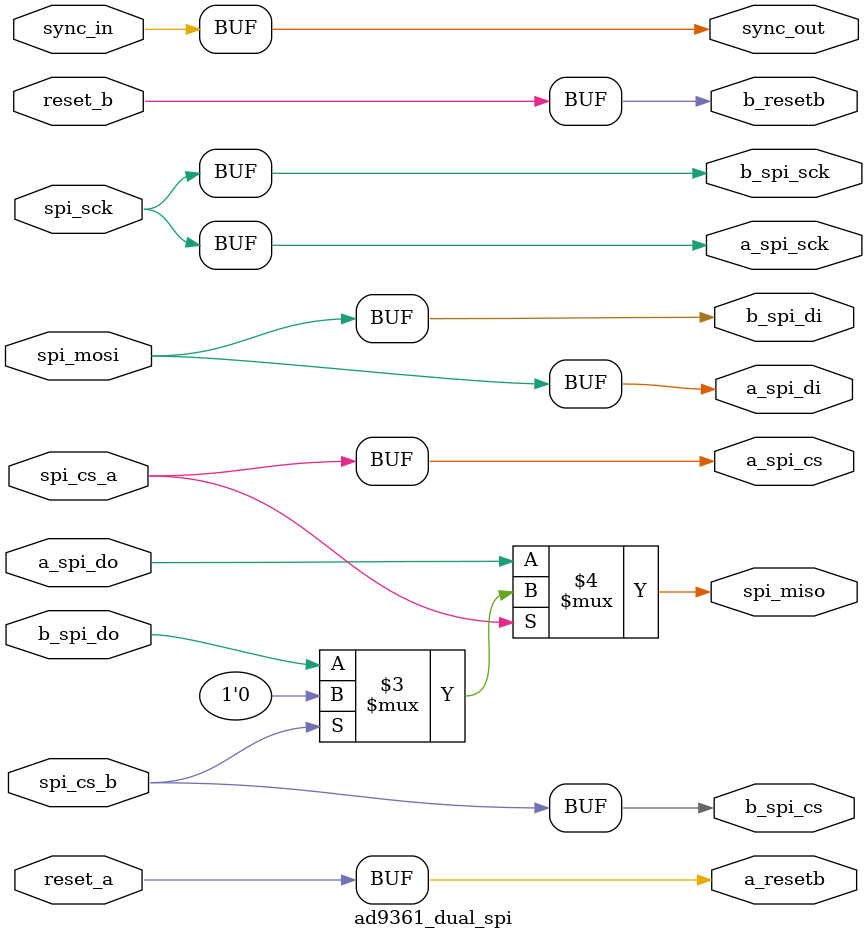
<source format=v>

module ad9361_dual_spi (

  // physical interface (spi_a)

  output            a_resetb,
  output            a_spi_sck,
  output            a_spi_di,
  input             a_spi_do,
  output            a_spi_cs,

  // physical interface (spi_b)

  output            b_resetb,
  output            b_spi_sck,
  output            b_spi_di,
  input             b_spi_do,
  output            b_spi_cs,

  // multi-chip synchronization

  output            sync_out,  

  // microprocessor interface

  input             reset_a,
  input             reset_b,
  input             spi_sck,
  input             spi_mosi,
  output            spi_miso,
  input             spi_cs_a,
  input             spi_cs_b,
  input             sync_in

);

  // spi_a

  assign a_resetb = reset_a;
  assign a_spi_sck = spi_sck;
  assign a_spi_di = spi_mosi;
  assign a_spi_cs = spi_cs_a;

  // spi_b

  assign b_resetb = reset_b;
  assign b_spi_sck = spi_sck;
  assign b_spi_di = spi_mosi;
  assign b_spi_cs = spi_cs_b;

  // spi_miso

  assign spi_miso = ~a_spi_cs ? a_spi_do : (~b_spi_cs ? b_spi_do : 1'b0);

  // mcs
  
  assign sync_out = sync_in;

endmodule

////////////////////////////////////////////////////////////////////////////////
////////////////////////////////////////////////////////////////////////////////

</source>
